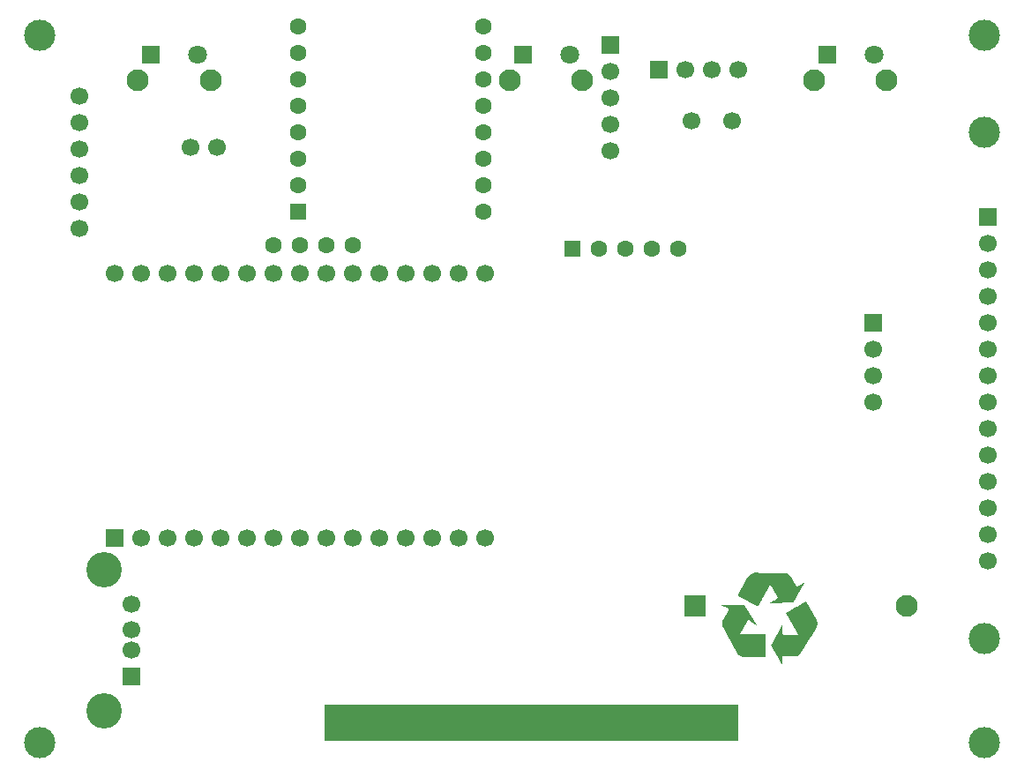
<source format=gbr>
G04 DipTrace 4.3.0.5*
G04 TopMask.gbr*
%MOMM*%
G04 #@! TF.FileFunction,Soldermask,Top*
G04 #@! TF.Part,Single*
%ADD19R,1.6X1.6*%
%ADD20C,1.6*%
%ADD22R,1.7X1.7*%
%ADD30C,3.0*%
%ADD38C,3.4*%
%ADD43C,1.6*%
%ADD45C,2.1*%
%ADD47R,1.8X1.8*%
%ADD48C,1.8*%
%ADD49C,1.7*%
%ADD51R,2.1X2.1*%
%ADD53C,2.1*%
%FSLAX35Y35*%
G04*
G71*
G90*
G75*
G01*
G04 TopMask*
%LPD*%
D53*
X8556623Y1555750D3*
D51*
X6524623D3*
D30*
X238150Y7032647D3*
X238123Y238123D3*
X9302747D3*
Y7032623D3*
Y1238247D3*
X9302750Y6096000D3*
D20*
X2476497Y5016500D3*
D22*
X5708750Y6938713D3*
D20*
X2730497Y5016500D3*
D49*
X5708750Y6684713D3*
D20*
X2984497Y5016497D3*
D49*
X5708750Y6430713D3*
D20*
X3238500Y5016500D3*
D49*
X5708750Y6176713D3*
Y5922713D3*
X6881873Y6207123D3*
X6492873D3*
D48*
X8241873Y6847623D3*
D47*
X7791873D3*
D45*
X8366873Y6597623D3*
X7666873D3*
D48*
X1748997Y6847623D3*
D47*
X1298997D3*
D45*
X1873997Y6597623D3*
X1173997D3*
D48*
X5320873Y6847623D3*
D47*
X4870873D3*
D45*
X5445873Y6597623D3*
X4745873D3*
D49*
X1936750Y5953123D3*
X1682750D3*
X4508497Y4746623D3*
X4254497D3*
X4000497D3*
X3746497D3*
X3492497D3*
X3238497D3*
X2984497D3*
X2730497D3*
X2476497D3*
X2222497D3*
X1968497D3*
X1714497D3*
X1460497D3*
X1206497D3*
X952497D3*
X4508497Y2206623D3*
X4254497D3*
X4000497D3*
X3746497D3*
X3492497D3*
X3238497D3*
X2984497D3*
X2730497D3*
X2476497D3*
X2222497D3*
X1968497D3*
X1714497D3*
X1460497D3*
X1206497D3*
D22*
X952497D3*
D43*
X5857873Y4984750D3*
X6111873D3*
X6365873D3*
X5603873D3*
D19*
X5349873D3*
X2714623Y5333997D3*
D43*
Y5587997D3*
Y5841997D3*
Y6095997D3*
Y6349997D3*
Y6603997D3*
Y6857997D3*
Y7111997D3*
X4492623D3*
Y6857997D3*
Y6603997D3*
Y6349997D3*
Y6095997D3*
Y5841997D3*
Y5587997D3*
Y5333997D3*
D49*
X6937373Y6699250D3*
X6683373D3*
X6429373D3*
D22*
X6175373D3*
D49*
X8239123Y4016373D3*
Y3762373D3*
Y3508373D3*
D22*
Y4270373D3*
X9334500Y5286373D3*
D49*
Y5032373D3*
Y4778373D3*
Y4524373D3*
Y4270373D3*
Y4016373D3*
Y3762373D3*
Y3508373D3*
Y3254373D3*
Y3000373D3*
Y2746373D3*
Y2492373D3*
Y2238373D3*
Y1984373D3*
X1117123Y1327673D3*
Y1571573D3*
Y1127073D3*
D22*
Y873073D3*
D38*
X856123Y1902373D3*
Y542373D3*
D49*
X619125Y6445247D3*
Y6191247D3*
Y5937247D3*
Y5683247D3*
Y5429247D3*
Y5175247D3*
G36*
X2968273Y605800D2*
X6937023D1*
Y256553D1*
X2968273D1*
Y605800D1*
G37*
G36*
X7104431Y1873250D2*
X7100034Y1872762D1*
X7096615Y1872273D1*
X7089777Y1870808D1*
X7087823Y1870319D1*
X7082938Y1868854D1*
X7079031Y1867388D1*
X7074146Y1865434D1*
X7065354Y1861038D1*
X7062911Y1859573D1*
X7055584Y1854688D1*
X7053142Y1852734D1*
X7051188Y1851269D1*
X7048257Y1848827D1*
X7038000Y1838569D1*
X7035557Y1835638D1*
X7033604Y1833195D1*
X7030673Y1829288D1*
X7029696Y1827822D1*
X7029207Y1826845D1*
X7028231Y1825380D1*
X7026765Y1822449D1*
X7025788Y1820984D1*
X7024323Y1818053D1*
X7023346Y1816588D1*
X7021881Y1813657D1*
X7020904Y1812191D1*
X7019438Y1809260D1*
X7018461Y1807795D1*
X7016996Y1804864D1*
X7016019Y1803399D1*
X7014065Y1799491D1*
X7013088Y1798026D1*
X7011623Y1795095D1*
X7010646Y1793629D1*
X7009181Y1790699D1*
X7008204Y1789233D1*
X7006738Y1786302D1*
X7005761Y1784837D1*
X7004296Y1781906D1*
X7003319Y1780441D1*
X7001854Y1777510D1*
X7000877Y1776045D1*
X6999411Y1773114D1*
X6998434Y1771648D1*
X6996969Y1768718D1*
X6995992Y1767252D1*
X6994527Y1764321D1*
X6993550Y1762856D1*
X6992084Y1759925D1*
X6991107Y1758460D1*
X6989642Y1755529D1*
X6988665Y1754063D1*
X6987200Y1751133D1*
X6986223Y1749667D1*
X6984757Y1746736D1*
X6983781Y1745271D1*
X6982315Y1742340D1*
X6981338Y1740875D1*
X6979873Y1737944D1*
X6978896Y1736479D1*
X6977431Y1733548D1*
X6976454Y1732082D1*
X6974988Y1729151D1*
X6974011Y1727686D1*
X6972546Y1724755D1*
X6971569Y1723290D1*
X6970104Y1720359D1*
X6969127Y1718894D1*
X6967661Y1715963D1*
X6966684Y1714497D1*
X6965219Y1711567D1*
X6964242Y1710101D1*
X6962777Y1707170D1*
X6961800Y1705705D1*
X6960334Y1702774D1*
X6959357Y1701309D1*
X6957892Y1698378D1*
X6956915Y1696912D1*
X6955450Y1693982D1*
X6954473Y1692516D1*
X6953007Y1689585D1*
X6952031Y1688120D1*
X6950565Y1685189D1*
X6949588Y1683724D1*
X6948123Y1680793D1*
X6947146Y1679328D1*
X6945681Y1676397D1*
X6944704Y1674931D1*
X6943238Y1672001D1*
X6942261Y1670535D1*
X6940796Y1667604D1*
X6939819Y1666139D1*
X6938354Y1663208D1*
X6937377Y1661743D1*
X6935911Y1658812D1*
X6934934Y1657346D1*
X6933957Y1655393D1*
Y1654416D1*
X6934446Y1653927D1*
X6936888Y1652462D1*
X6942261Y1649531D1*
X6946657Y1647089D1*
X6952031Y1644158D1*
X6956427Y1641715D1*
X6961800Y1638785D1*
X6966196Y1636342D1*
X6971569Y1633411D1*
X6975965Y1630969D1*
X6981338Y1628038D1*
X6985734Y1625596D1*
X6991107Y1622665D1*
X6995504Y1620223D1*
X7000877Y1617292D1*
X7005273Y1614850D1*
X7010646Y1611919D1*
X7015042Y1609476D1*
X7025788Y1603615D1*
X7030184Y1601172D1*
X7035557Y1598242D1*
X7039954Y1595799D1*
X7045327Y1592868D1*
X7049723Y1590426D1*
X7055096Y1587495D1*
X7059492Y1585053D1*
X7064865Y1582122D1*
X7069261Y1579680D1*
X7074634Y1576749D1*
X7079031Y1574307D1*
X7084404Y1571376D1*
X7088800Y1568933D1*
X7094173Y1566003D1*
X7098569Y1563560D1*
X7103942Y1560629D1*
X7108338Y1558187D1*
X7113711Y1555256D1*
X7118107Y1552814D1*
X7123481Y1549883D1*
X7127877Y1547441D1*
X7128854Y1546952D1*
X7129831D1*
X7130807Y1548906D1*
X7131784Y1550372D1*
X7133250Y1553302D1*
X7134227Y1554768D1*
X7135692Y1557699D1*
X7136669Y1559164D1*
X7138134Y1562095D1*
X7139111Y1563560D1*
X7140577Y1566491D1*
X7141554Y1567957D1*
X7143019Y1570887D1*
X7143996Y1572353D1*
X7145461Y1575284D1*
X7146438Y1576749D1*
X7147904Y1579680D1*
X7148881Y1581145D1*
X7150346Y1584076D1*
X7151323Y1585541D1*
X7152788Y1588472D1*
X7153765Y1589938D1*
X7155231Y1592868D1*
X7156207Y1594334D1*
X7157673Y1597265D1*
X7158650Y1598730D1*
X7160115Y1601661D1*
X7161092Y1603126D1*
X7162557Y1606057D1*
X7163534Y1607523D1*
X7165000Y1610453D1*
X7165977Y1611919D1*
X7167442Y1614850D1*
X7168419Y1616315D1*
X7169884Y1619246D1*
X7170861Y1620711D1*
X7172327Y1623642D1*
X7173304Y1625107D1*
X7174769Y1628038D1*
X7175746Y1629504D1*
X7177211Y1632435D1*
X7178188Y1633900D1*
X7179654Y1636831D1*
X7180631Y1638296D1*
X7182096Y1641227D1*
X7183073Y1642692D1*
X7184538Y1645623D1*
X7185515Y1647089D1*
X7186981Y1650019D1*
X7187957Y1651485D1*
X7189423Y1654416D1*
X7190400Y1655881D1*
X7191865Y1658812D1*
X7192842Y1660277D1*
X7194307Y1663208D1*
X7195284Y1664673D1*
X7196750Y1667604D1*
X7197727Y1669070D1*
X7199192Y1672001D1*
X7200169Y1673466D1*
X7201634Y1676397D1*
X7202611Y1677862D1*
X7204077Y1680793D1*
X7205054Y1682258D1*
X7206519Y1685189D1*
X7207496Y1686655D1*
X7208961Y1689585D1*
X7209938Y1691051D1*
X7211404Y1693982D1*
X7212381Y1695447D1*
X7213846Y1698378D1*
X7214823Y1699843D1*
X7216288Y1702774D1*
X7217265Y1704240D1*
X7218731Y1707170D1*
X7219707Y1708636D1*
X7221173Y1711567D1*
X7222150Y1713032D1*
X7223615Y1715963D1*
X7224592Y1717428D1*
X7226057Y1720359D1*
X7227034Y1721824D1*
X7228500Y1724755D1*
X7229477Y1726221D1*
X7230942Y1729151D1*
X7231919Y1730617D1*
X7233384Y1733548D1*
X7234361Y1735013D1*
X7235827Y1737944D1*
X7236804Y1739409D1*
X7238269Y1742340D1*
X7239246Y1743806D1*
X7240711Y1746736D1*
X7241688Y1748202D1*
X7243154Y1751133D1*
X7244131Y1752598D1*
X7245596Y1755529D1*
X7246573Y1756994D1*
X7247061Y1757971D1*
X7247141Y1758349D1*
X7247441Y1758749D1*
X7247676Y1758726D1*
X7247951Y1758328D1*
X7248038Y1757971D1*
X7249015Y1756506D1*
X7249504Y1755529D1*
X7250481Y1754063D1*
X7250969Y1753086D1*
X7251946Y1751621D1*
X7252923Y1749667D1*
X7253900Y1748202D1*
X7254388Y1747225D1*
X7255365Y1745759D1*
X7255854Y1744783D1*
X7256831Y1743317D1*
X7257807Y1741363D1*
X7258784Y1739898D1*
X7259273Y1738921D1*
X7260250Y1737455D1*
X7260738Y1736479D1*
X7261715Y1735013D1*
X7262692Y1733059D1*
X7263669Y1731594D1*
X7264157Y1730617D1*
X7265134Y1729151D1*
X7265623Y1728175D1*
X7266600Y1726709D1*
X7267088Y1725732D1*
X7268065Y1724267D1*
X7269042Y1722313D1*
X7270019Y1720847D1*
X7270507Y1719871D1*
X7271484Y1718405D1*
X7271973Y1717428D1*
X7272950Y1715963D1*
X7273927Y1714009D1*
X7274904Y1712544D1*
X7275392Y1711567D1*
X7276369Y1710101D1*
X7276857Y1709124D1*
X7277834Y1707659D1*
X7278811Y1705705D1*
X7279788Y1704240D1*
X7280277Y1703263D1*
X7281254Y1701797D1*
X7281742Y1700820D1*
X7282719Y1699355D1*
X7283207Y1698378D1*
X7284184Y1696912D1*
X7285161Y1694959D1*
X7286138Y1693493D1*
X7286627Y1692516D1*
X7287604Y1691051D1*
X7288092Y1690074D1*
X7289069Y1688609D1*
X7290046Y1686655D1*
X7291023Y1685189D1*
X7291511Y1684212D1*
X7292488Y1682747D1*
X7292977Y1681770D1*
X7293954Y1680305D1*
X7294931Y1678351D1*
X7295907Y1676885D1*
X7296396Y1675908D1*
X7297373Y1674443D1*
X7297861Y1673466D1*
X7298838Y1672001D1*
X7299815Y1670047D1*
X7300792Y1668581D1*
X7301281Y1667604D1*
X7302257Y1666139D1*
X7302746Y1665162D1*
X7303723Y1663697D1*
X7304211Y1662720D1*
X7305188Y1661254D1*
X7306165Y1659300D1*
X7307142Y1657835D1*
X7307631Y1656858D1*
X7308607Y1655393D1*
X7309096Y1654416D1*
X7310073Y1652950D1*
X7311050Y1650996D1*
X7312027Y1649531D1*
X7312515Y1648554D1*
X7313492Y1647089D1*
X7313981Y1646112D1*
X7314957Y1644646D1*
X7315934Y1642692D1*
X7316911Y1641227D1*
X7317400Y1640250D1*
X7318377Y1638785D1*
X7318865Y1637808D1*
X7319842Y1636342D1*
X7320331Y1635365D1*
X7321307Y1633900D1*
X7322284Y1631946D1*
X7323261Y1630481D1*
X7323750Y1629504D1*
X7324727Y1628038D1*
X7325215Y1627061D1*
X7325609Y1626431D1*
X7325704Y1626084D1*
X7323750Y1625107D1*
X7286138Y1603615D1*
X7281742Y1601172D1*
X7240711Y1577726D1*
X7239734Y1576749D1*
X7241200D1*
X7251457Y1577237D1*
X7470777Y1587984D1*
X7471265Y1588472D1*
X7472242Y1590426D1*
X7473219Y1591892D1*
X7474684Y1594822D1*
X7475661Y1596288D1*
X7477615Y1600196D1*
X7478592Y1601661D1*
X7480057Y1604592D1*
X7481034Y1606057D1*
X7482500Y1608988D1*
X7483477Y1610453D1*
X7484942Y1613384D1*
X7485919Y1614850D1*
X7487384Y1617780D1*
X7488361Y1619246D1*
X7489827Y1622177D1*
X7490804Y1623642D1*
X7492757Y1627550D1*
X7493734Y1629015D1*
X7495200Y1631946D1*
X7496177Y1633411D1*
X7497642Y1636342D1*
X7498619Y1637808D1*
X7500084Y1640738D1*
X7501061Y1642204D1*
X7502527Y1645135D1*
X7503504Y1646600D1*
X7504969Y1649531D1*
X7505946Y1650996D1*
X7507411Y1653927D1*
X7508388Y1655393D1*
X7510342Y1659300D1*
X7511319Y1660766D1*
X7512784Y1663697D1*
X7513761Y1665162D1*
X7515227Y1668093D1*
X7516204Y1669558D1*
X7517669Y1672489D1*
X7518646Y1673954D1*
X7520111Y1676885D1*
X7521088Y1678351D1*
X7522554Y1681281D1*
X7523531Y1682747D1*
X7525484Y1686655D1*
X7526461Y1688120D1*
X7527927Y1691051D1*
X7528904Y1692516D1*
X7530369Y1695447D1*
X7531346Y1696912D1*
X7532811Y1699843D1*
X7533788Y1701309D1*
X7535254Y1704240D1*
X7536231Y1705705D1*
X7537696Y1708636D1*
X7538673Y1710101D1*
X7540627Y1714009D1*
X7541604Y1715474D1*
X7543069Y1718405D1*
X7544046Y1719871D1*
X7545511Y1722801D1*
X7546488Y1724267D1*
X7547954Y1727198D1*
X7548931Y1728663D1*
X7550396Y1731594D1*
X7551373Y1733059D1*
X7552838Y1735990D1*
X7553815Y1737455D1*
X7555769Y1741363D1*
X7556746Y1742829D1*
X7558211Y1745759D1*
X7559188Y1747225D1*
X7560654Y1750156D1*
X7561631Y1751621D1*
X7563096Y1754552D1*
X7564073Y1756017D1*
X7565538Y1758948D1*
X7566515Y1760414D1*
X7567981Y1763344D1*
X7568957Y1764810D1*
X7570423Y1767741D1*
X7571400Y1769206D1*
X7573354Y1773114D1*
X7574331Y1774579D1*
X7575796Y1777510D1*
X7576773Y1778975D1*
X7577261Y1779952D1*
X7576773D1*
X7573842Y1778487D1*
X7570423Y1776533D1*
X7567981Y1775068D1*
X7564561Y1773114D1*
X7562119Y1771648D1*
X7555281Y1767741D1*
X7552838Y1766275D1*
X7549419Y1764321D1*
X7546977Y1762856D1*
X7540138Y1758948D1*
X7537696Y1757483D1*
X7534277Y1755529D1*
X7531834Y1754063D1*
X7524996Y1750156D1*
X7522554Y1748690D1*
X7519134Y1746736D1*
X7516692Y1745271D1*
X7509854Y1741363D1*
X7507411Y1739898D1*
X7503992Y1737944D1*
X7503015Y1736967D1*
X7502527D1*
X7501550Y1737944D1*
Y1738432D1*
X7501061Y1739409D1*
X7500084Y1740875D1*
X7499596Y1741852D1*
X7498619Y1743317D1*
X7498131Y1744294D1*
X7497154Y1745759D1*
X7496177Y1747713D1*
X7495200Y1749179D1*
X7494711Y1750156D1*
X7493734Y1751621D1*
X7493246Y1752598D1*
X7492269Y1754063D1*
X7491292Y1756017D1*
X7490315Y1757483D1*
X7489827Y1758460D1*
X7488850Y1759925D1*
X7488361Y1760902D1*
X7487384Y1762367D1*
X7486407Y1764321D1*
X7485431Y1765787D1*
X7484942Y1766764D1*
X7483965Y1768229D1*
X7482988Y1770183D1*
X7482011Y1771648D1*
X7481523Y1772625D1*
X7480546Y1774091D1*
X7480057Y1775068D1*
X7479081Y1776533D1*
X7478104Y1778487D1*
X7477127Y1779952D1*
X7476638Y1780929D1*
X7475661Y1782395D1*
X7475173Y1783372D1*
X7474196Y1784837D1*
X7473219Y1786791D1*
X7472242Y1788256D1*
X7471754Y1789233D1*
X7470777Y1790699D1*
X7470288Y1791676D1*
X7469311Y1793141D1*
X7468334Y1795095D1*
X7467357Y1796560D1*
X7466869Y1797537D1*
X7465892Y1799003D1*
X7465404Y1799980D1*
X7464427Y1801445D1*
X7463450Y1803399D1*
X7462473Y1804864D1*
X7461984Y1805841D1*
X7461007Y1807307D1*
X7460519Y1808284D1*
X7459542Y1809749D1*
X7458565Y1811703D1*
X7457588Y1813168D1*
X7457100Y1814145D1*
X7456123Y1815611D1*
X7455634Y1816588D1*
X7454657Y1818053D1*
X7453681Y1820007D1*
X7452704Y1821472D1*
X7452215Y1822449D1*
X7451238Y1823915D1*
X7450750Y1824892D1*
X7449773Y1826357D1*
X7448796Y1828311D1*
X7447819Y1829776D1*
X7447331Y1830753D1*
X7446354Y1832219D1*
X7445377Y1834172D1*
X7441469Y1840034D1*
X7439515Y1842476D1*
X7435607Y1846873D1*
X7430234Y1851757D1*
X7426327Y1854688D1*
X7423884Y1856154D1*
X7422419Y1857131D1*
X7413627Y1861527D1*
X7411184Y1862504D1*
X7409719Y1862992D1*
X7392134Y1866900D1*
X7389692Y1867388D1*
X7365757Y1867877D1*
X7138134Y1870319D1*
X7135204Y1870808D1*
X7132761Y1871296D1*
X7121527Y1873250D1*
X7104431D1*
G37*
G36*
X7590938Y1598242D2*
X7590450Y1597753D1*
X7587519Y1596288D1*
X7580681Y1592380D1*
X7578238Y1590915D1*
X7567981Y1585053D1*
X7565538Y1583588D1*
X7555281Y1577726D1*
X7552838Y1576261D1*
X7542581Y1570399D1*
X7540138Y1568933D1*
X7529881Y1563072D1*
X7527438Y1561606D1*
X7517181Y1555745D1*
X7514738Y1554279D1*
X7504481Y1548418D1*
X7502038Y1546952D1*
X7491781Y1541091D1*
X7489338Y1539625D1*
X7479081Y1533764D1*
X7476638Y1532298D1*
X7466381Y1526437D1*
X7463938Y1524971D1*
X7453681Y1519110D1*
X7451238Y1517644D1*
X7440981Y1511783D1*
X7438538Y1510317D1*
X7428281Y1504455D1*
X7425838Y1502990D1*
X7415581Y1497128D1*
X7413138Y1495663D1*
X7402881Y1489801D1*
X7397996Y1486871D1*
X7397507Y1486382D1*
X7398484Y1484917D1*
X7399461Y1482963D1*
X7400438Y1481497D1*
X7401415Y1479544D1*
X7402392Y1478078D1*
X7403369Y1476124D1*
X7404346Y1474659D1*
X7404834Y1473682D1*
X7405811Y1472216D1*
X7406788Y1470263D1*
X7407765Y1468797D1*
X7408742Y1466843D1*
X7409719Y1465378D1*
X7410696Y1463424D1*
X7411673Y1461959D1*
X7412650Y1460005D1*
X7413627Y1458539D1*
X7414604Y1456585D1*
X7415581Y1455120D1*
X7416069Y1454143D1*
X7417046Y1452678D1*
X7418023Y1450724D1*
X7419000Y1449258D1*
X7419977Y1447305D1*
X7420954Y1445839D1*
X7421931Y1443885D1*
X7422907Y1442420D1*
X7423884Y1440466D1*
X7424861Y1439001D1*
X7425838Y1437047D1*
X7426815Y1435581D1*
X7427304Y1434604D1*
X7428281Y1433139D1*
X7429257Y1431185D1*
X7430234Y1429720D1*
X7431211Y1427766D1*
X7432188Y1426300D1*
X7433165Y1424346D1*
X7434142Y1422881D1*
X7435119Y1420927D1*
X7436096Y1419462D1*
X7437073Y1417508D1*
X7438050Y1416042D1*
X7438538Y1415066D1*
X7439515Y1413600D1*
X7440492Y1411646D1*
X7441469Y1410181D1*
X7442446Y1408227D1*
X7443423Y1406762D1*
X7444400Y1404808D1*
X7445377Y1403342D1*
X7446354Y1401388D1*
X7447331Y1399923D1*
X7448307Y1397969D1*
X7449284Y1396504D1*
X7449773Y1395527D1*
X7450750Y1394061D1*
X7451727Y1392107D1*
X7452704Y1390642D1*
X7453681Y1388688D1*
X7454657Y1387223D1*
X7455634Y1385269D1*
X7456611Y1383804D1*
X7457588Y1381850D1*
X7458565Y1380384D1*
X7459542Y1378430D1*
X7460519Y1376965D1*
X7461007Y1375988D1*
X7461984Y1374523D1*
X7462961Y1372569D1*
X7463938Y1371103D1*
X7464915Y1369149D1*
X7465892Y1367684D1*
X7466869Y1365730D1*
X7467846Y1364265D1*
X7468823Y1362311D1*
X7469800Y1360845D1*
X7470777Y1358892D1*
X7471754Y1357426D1*
X7472242Y1356449D1*
X7473219Y1354984D1*
X7474196Y1353030D1*
X7475173Y1351565D1*
X7476150Y1349611D1*
X7477127Y1348145D1*
X7478104Y1346191D1*
X7479081Y1344726D1*
X7480057Y1342772D1*
X7481034Y1341307D1*
X7482011Y1339353D1*
X7482988Y1337887D1*
X7483477Y1336910D1*
X7484454Y1335445D1*
X7485431Y1333491D1*
X7486407Y1332026D1*
X7487384Y1330072D1*
X7488361Y1328606D1*
X7489338Y1326653D1*
X7490315Y1325187D1*
X7491292Y1323233D1*
X7492269Y1321768D1*
X7493246Y1319814D1*
X7494223Y1318349D1*
X7494711Y1317372D1*
X7495688Y1315906D1*
X7496665Y1313952D1*
X7497642Y1312487D1*
X7498619Y1310533D1*
X7499596Y1309068D1*
X7500573Y1307114D1*
X7501550Y1305648D1*
X7502527Y1303694D1*
X7503504Y1302229D1*
X7504481Y1300275D1*
X7505457Y1298810D1*
X7505946Y1297833D1*
X7506923Y1296367D1*
X7507900Y1294414D1*
X7508877Y1292948D1*
X7509854Y1290994D1*
X7510831Y1289529D1*
X7511807Y1287575D1*
X7512784Y1286110D1*
X7513761Y1284156D1*
X7514738Y1282690D1*
X7515715Y1280736D1*
X7516692Y1279271D1*
X7517181Y1278294D1*
X7518157Y1277317D1*
Y1276829D1*
X7512947Y1276340D1*
X7507737D1*
X7502527Y1276829D1*
X7378946Y1277806D1*
X7363804Y1278294D1*
Y1290017D1*
X7364292Y1290506D1*
X7366246Y1370126D1*
Y1376965D1*
X7365757Y1376476D1*
X7363315Y1371592D1*
X7362338Y1370126D1*
X7360384Y1366219D1*
X7359407Y1364753D1*
X7356965Y1359868D1*
X7355988Y1358403D1*
X7353546Y1353518D1*
X7352569Y1352053D1*
X7350615Y1348145D1*
X7349638Y1346680D1*
X7347196Y1341795D1*
X7346219Y1340330D1*
X7343777Y1335445D1*
X7342800Y1333980D1*
X7340846Y1330072D1*
X7339869Y1328606D1*
X7337427Y1323722D1*
X7336450Y1322256D1*
X7334007Y1317372D1*
X7333031Y1315906D1*
X7331077Y1311998D1*
X7330100Y1310533D1*
X7327657Y1305648D1*
X7326681Y1304183D1*
X7324238Y1299298D1*
X7323261Y1297833D1*
X7320819Y1292948D1*
X7319842Y1291483D1*
X7317888Y1287575D1*
X7316911Y1286110D1*
X7314469Y1281225D1*
X7313492Y1279759D1*
X7311050Y1274875D1*
X7310073Y1273409D1*
X7308119Y1269502D1*
X7307142Y1268036D1*
X7304700Y1263152D1*
X7303723Y1261686D1*
X7301281Y1256801D1*
X7300304Y1255336D1*
X7298350Y1251428D1*
X7297373Y1249963D1*
X7294931Y1245078D1*
X7293954Y1243613D1*
X7291511Y1238728D1*
X7290534Y1237263D1*
X7288581Y1233355D1*
X7287604Y1231889D1*
X7285161Y1227005D1*
X7284184Y1225539D1*
X7281742Y1220655D1*
X7280765Y1219189D1*
X7278811Y1215282D1*
X7277834Y1213816D1*
X7275392Y1208931D1*
X7274415Y1207466D1*
X7271973Y1202581D1*
X7270996Y1201116D1*
X7268554Y1196231D1*
X7267577Y1194766D1*
X7265623Y1190858D1*
X7264646Y1189393D1*
X7262204Y1184508D1*
X7261227Y1183043D1*
X7258784Y1178158D1*
X7257807Y1176692D1*
X7256342Y1173762D1*
Y1172296D1*
X7257319Y1170831D1*
X7258296Y1168877D1*
X7259273Y1167411D1*
X7260250Y1165458D1*
X7261227Y1163992D1*
X7262204Y1162038D1*
X7263181Y1160573D1*
X7264157Y1158619D1*
X7265134Y1157154D1*
X7265623Y1156177D1*
X7266600Y1154711D1*
X7267577Y1152757D1*
X7268554Y1151292D1*
X7269531Y1149338D1*
X7270507Y1147873D1*
X7271484Y1145919D1*
X7272461Y1144453D1*
X7273438Y1142500D1*
X7274415Y1141034D1*
X7274904Y1140057D1*
X7275881Y1138592D1*
X7276857Y1136638D1*
X7277834Y1135173D1*
X7278811Y1133219D1*
X7279788Y1131753D1*
X7280765Y1129799D1*
X7281742Y1128334D1*
X7282719Y1126380D1*
X7283696Y1124915D1*
X7284673Y1122961D1*
X7285650Y1121495D1*
X7286138Y1120518D1*
X7287115Y1119053D1*
X7288092Y1117099D1*
X7289069Y1115634D1*
X7290046Y1113680D1*
X7291023Y1112214D1*
X7292000Y1110261D1*
X7292977Y1108795D1*
X7293954Y1106841D1*
X7294931Y1105376D1*
X7295907Y1103422D1*
X7296884Y1101957D1*
X7297373Y1100980D1*
X7298350Y1099514D1*
X7299327Y1097560D1*
X7300304Y1096095D1*
X7301281Y1094141D1*
X7302257Y1092676D1*
X7303234Y1090722D1*
X7304211Y1089256D1*
X7305188Y1087302D1*
X7306165Y1085837D1*
X7306654Y1084860D1*
X7307631Y1083395D1*
X7308607Y1081441D1*
X7309584Y1079975D1*
X7310561Y1078022D1*
X7311538Y1076556D1*
X7312515Y1074602D1*
X7313492Y1073137D1*
X7314469Y1071183D1*
X7315446Y1069718D1*
X7316423Y1067764D1*
X7317400Y1066298D1*
X7317888Y1065321D1*
X7318865Y1063856D1*
X7319842Y1061902D1*
X7320819Y1060437D1*
X7321796Y1058483D1*
X7322773Y1057017D1*
X7323750Y1055063D1*
X7324727Y1053598D1*
X7325704Y1051644D1*
X7326681Y1050179D1*
X7327169Y1049202D1*
X7328146Y1047736D1*
X7329123Y1045783D1*
X7330100Y1044317D1*
X7331077Y1042363D1*
X7332054Y1040898D1*
X7333031Y1038944D1*
X7334007Y1037479D1*
X7334984Y1035525D1*
X7335961Y1034059D1*
X7336938Y1032105D1*
X7337915Y1030640D1*
X7338404Y1029663D1*
X7339381Y1028198D1*
X7340357Y1026244D1*
X7341334Y1024778D1*
X7342311Y1022825D1*
X7343288Y1021359D1*
X7344265Y1019405D1*
X7345242Y1017940D1*
X7346219Y1015986D1*
X7347196Y1014521D1*
X7348173Y1012567D1*
X7349150Y1011101D1*
X7349638Y1010124D1*
X7350615Y1008659D1*
X7351592Y1006705D1*
X7352569Y1005240D1*
X7353546Y1003286D1*
X7354523Y1001820D1*
X7355500Y999866D1*
X7356477Y998401D1*
X7357454Y996447D1*
X7358431Y994982D1*
X7358919Y994005D1*
X7359896Y992539D1*
X7360873Y990586D1*
X7361850Y989120D1*
X7362827Y987166D1*
X7363804Y985701D1*
X7364781Y983747D1*
X7365757Y982770D1*
X7366246Y1008170D1*
X7367223Y1065810D1*
Y1068741D1*
X7373573Y1069229D1*
X7379923D1*
X7386273Y1068741D1*
X7460519Y1067764D1*
X7485431D1*
X7489338Y1068252D1*
X7492269Y1068741D1*
X7496177Y1069718D1*
X7504969Y1072648D1*
X7513761Y1077045D1*
X7516204Y1078510D1*
X7519134Y1080464D1*
X7523042Y1083395D1*
X7525484Y1085349D1*
X7534277Y1094141D1*
X7536231Y1096583D1*
X7539161Y1100980D1*
X7539650Y1101957D1*
X7541604Y1104887D1*
X7542092Y1105864D1*
X7545023Y1110261D1*
X7545511Y1111237D1*
X7547465Y1114168D1*
X7547954Y1115145D1*
X7549907Y1118076D1*
X7550396Y1119053D1*
X7553327Y1123449D1*
X7553815Y1124426D1*
X7555769Y1127357D1*
X7556257Y1128334D1*
X7559188Y1132730D1*
X7559677Y1133707D1*
X7561631Y1136638D1*
X7562119Y1137615D1*
X7565050Y1142011D1*
X7565538Y1142988D1*
X7567492Y1145919D1*
X7567981Y1146896D1*
X7569934Y1149827D1*
X7570423Y1150804D1*
X7573354Y1155200D1*
X7573842Y1156177D1*
X7575796Y1159108D1*
X7576284Y1160084D1*
X7579215Y1164481D1*
X7579704Y1165458D1*
X7581657Y1168388D1*
X7582146Y1169365D1*
X7584100Y1172296D1*
X7584588Y1173273D1*
X7587519Y1177669D1*
X7588007Y1178646D1*
X7589961Y1181577D1*
X7590450Y1182554D1*
X7593381Y1186950D1*
X7593869Y1187927D1*
X7595823Y1190858D1*
X7596311Y1191835D1*
X7599242Y1196231D1*
X7599731Y1197208D1*
X7601684Y1200139D1*
X7602173Y1201116D1*
X7604127Y1204047D1*
X7604615Y1205024D1*
X7607546Y1209420D1*
X7608034Y1210397D1*
X7609988Y1213328D1*
X7610477Y1214305D1*
X7613407Y1218701D1*
X7613896Y1219678D1*
X7615850Y1222609D1*
X7616338Y1223585D1*
X7619269Y1227982D1*
X7619757Y1228959D1*
X7621711Y1231889D1*
X7622200Y1232866D1*
X7624154Y1235797D1*
X7624642Y1236774D1*
X7627573Y1241170D1*
X7628061Y1242147D1*
X7630015Y1245078D1*
X7630504Y1246055D1*
X7633434Y1250451D1*
X7633923Y1251428D1*
X7635877Y1254359D1*
X7636365Y1255336D1*
X7638319Y1258267D1*
X7638807Y1259244D1*
X7641738Y1263640D1*
X7642227Y1264617D1*
X7644181Y1267548D1*
X7644669Y1268525D1*
X7647600Y1272921D1*
X7648088Y1273898D1*
X7650042Y1276829D1*
X7650531Y1277806D1*
X7653461Y1282202D1*
X7653950Y1283179D1*
X7655904Y1286110D1*
X7656392Y1287087D1*
X7658346Y1290017D1*
X7658834Y1290994D1*
X7661765Y1295391D1*
X7662254Y1296367D1*
X7664207Y1299298D1*
X7664696Y1300275D1*
X7667627Y1304671D1*
X7668115Y1305648D1*
X7671046Y1310045D1*
X7673977Y1313464D1*
X7676907Y1317372D1*
X7679838Y1321768D1*
X7680327Y1322745D1*
X7681304Y1324210D1*
X7681792Y1325187D1*
X7684723Y1329583D1*
X7685211Y1330560D1*
X7686188Y1332026D1*
X7688142Y1335933D1*
X7689119Y1337399D1*
X7689607Y1338376D1*
X7690096Y1339841D1*
X7692050Y1343749D1*
X7692538Y1345214D1*
X7693027Y1346191D1*
X7694004Y1349122D1*
X7694492Y1350099D1*
X7694981Y1351565D1*
X7695469Y1353518D1*
X7696446Y1356449D1*
X7697423Y1360357D1*
X7697911Y1362799D1*
X7698888Y1368661D1*
X7699377Y1373546D1*
Y1388688D1*
X7698888Y1393573D1*
X7698400Y1396992D1*
X7697423Y1402854D1*
X7696934Y1404808D1*
X7696446Y1407250D1*
X7695957Y1409204D1*
X7694981Y1412135D1*
X7694492Y1414089D1*
X7693515Y1417019D1*
X7693027Y1417996D1*
X7692538Y1419462D1*
X7692050Y1420439D1*
X7691561Y1421904D1*
X7691073Y1422881D1*
X7690584Y1424346D1*
X7689119Y1427277D1*
X7688142Y1428743D1*
X7687165Y1430697D1*
X7686188Y1432162D1*
X7685211Y1434116D1*
X7684234Y1435581D1*
X7683257Y1437535D1*
X7682281Y1439001D1*
X7681304Y1440954D1*
X7680327Y1442420D1*
X7679350Y1444374D1*
X7678373Y1445839D1*
X7677396Y1447793D1*
X7676419Y1449258D1*
X7675442Y1451212D1*
X7674465Y1452678D1*
X7673488Y1454632D1*
X7672511Y1456097D1*
X7671534Y1458051D1*
X7670557Y1459516D1*
X7669581Y1461470D1*
X7668604Y1462936D1*
X7667627Y1464889D1*
X7666650Y1466355D1*
X7665673Y1468309D1*
X7664696Y1469774D1*
X7663719Y1471728D1*
X7662742Y1473193D1*
X7661765Y1475147D1*
X7660788Y1476613D1*
X7659811Y1478567D1*
X7658834Y1480032D1*
X7657857Y1481986D1*
X7656881Y1483451D1*
X7655904Y1485405D1*
X7654927Y1486871D1*
X7653950Y1488824D1*
X7652973Y1490290D1*
X7651996Y1492244D1*
X7651019Y1493709D1*
X7650042Y1495663D1*
X7649065Y1497128D1*
X7648088Y1499082D1*
X7647111Y1500548D1*
X7646134Y1502502D1*
X7645157Y1503967D1*
X7644181Y1505921D1*
X7643204Y1507386D1*
X7642227Y1509340D1*
X7641250Y1510806D1*
X7640761Y1511783D1*
X7639784Y1513248D1*
X7638807Y1515202D1*
X7637831Y1516667D1*
X7636854Y1518621D1*
X7635877Y1520087D1*
X7634900Y1522040D1*
X7633923Y1523506D1*
X7632946Y1525460D1*
X7631969Y1526925D1*
X7630992Y1528879D1*
X7630015Y1530344D1*
X7629038Y1532298D1*
X7628061Y1533764D1*
X7627084Y1535718D1*
X7626107Y1537183D1*
X7625131Y1539137D1*
X7624154Y1540602D1*
X7623177Y1542556D1*
X7622200Y1544022D1*
X7621223Y1545975D1*
X7620246Y1547441D1*
X7619269Y1549395D1*
X7618292Y1550860D1*
X7617315Y1552814D1*
X7616338Y1554279D1*
X7615361Y1556233D1*
X7614384Y1557699D1*
X7613407Y1559653D1*
X7612431Y1561118D1*
X7611454Y1563072D1*
X7610477Y1564537D1*
X7609500Y1566491D1*
X7608523Y1567957D1*
X7607546Y1569910D1*
X7606569Y1571376D1*
X7605592Y1573330D1*
X7604615Y1574795D1*
X7603638Y1576749D1*
X7602661Y1578214D1*
X7601684Y1580168D1*
X7600707Y1581634D1*
X7599731Y1583588D1*
X7598754Y1585053D1*
X7597777Y1587007D1*
X7596800Y1588472D1*
X7595823Y1590426D1*
X7594846Y1591892D1*
X7593869Y1593845D1*
X7592892Y1595311D1*
X7591915Y1597265D1*
X7590938Y1598242D1*
G37*
G36*
X6778627Y1563072D2*
X6779115Y1562583D1*
X6780581Y1561606D1*
X6787907Y1557210D1*
X6791327Y1555256D1*
X6808423Y1544998D1*
X6811842Y1543045D1*
X6826496Y1534252D1*
X6829915Y1532298D1*
X6844569Y1523506D1*
X6847988Y1521552D1*
X6850431Y1520087D1*
X6852384Y1519110D1*
X6852873Y1518621D1*
Y1517644D1*
X6851896Y1516667D1*
X6851407Y1515690D1*
X6850431Y1514225D1*
X6849942Y1513248D1*
X6848965Y1511783D1*
X6847988Y1509829D1*
X6847011Y1508363D1*
X6846523Y1507386D1*
X6845546Y1505921D1*
X6845057Y1504944D1*
X6844081Y1503479D1*
X6843592Y1502502D1*
X6842615Y1501036D1*
X6842127Y1500059D1*
X6841150Y1498594D1*
X6840173Y1496640D1*
X6839196Y1495175D1*
X6838707Y1494198D1*
X6837731Y1492732D1*
X6837242Y1491755D1*
X6836265Y1490290D1*
X6835777Y1489313D1*
X6834800Y1487848D1*
X6834311Y1486871D1*
X6833334Y1485405D1*
X6832357Y1483451D1*
X6831381Y1481986D1*
X6830892Y1481009D1*
X6829915Y1479544D1*
X6829427Y1478567D1*
X6828450Y1477101D1*
X6827961Y1476124D1*
X6826984Y1474659D1*
X6826496Y1473682D1*
X6825519Y1472216D1*
X6824542Y1470263D1*
X6823565Y1468797D1*
X6823077Y1467820D1*
X6822100Y1466355D1*
X6821611Y1465378D1*
X6820634Y1463913D1*
X6820146Y1462936D1*
X6819169Y1461470D1*
X6818681Y1460493D1*
X6817704Y1459028D1*
X6816727Y1457074D1*
X6815750Y1455609D1*
X6815261Y1454632D1*
X6814284Y1453166D1*
X6813796Y1452189D1*
X6812819Y1450724D1*
X6812331Y1449747D1*
X6811354Y1448281D1*
X6810865Y1447305D1*
X6809888Y1445839D1*
X6808911Y1443885D1*
X6807934Y1442420D1*
X6807446Y1441443D1*
X6806469Y1439978D1*
X6805981Y1439001D1*
X6805004Y1437535D1*
X6804515Y1436558D1*
X6803538Y1435093D1*
X6803050Y1434116D1*
X6802073Y1432650D1*
X6801096Y1430697D1*
X6800119Y1429231D1*
X6799631Y1428254D1*
X6798654Y1426789D1*
X6798165Y1425812D1*
X6797188Y1424346D1*
X6796700Y1423370D1*
X6795723Y1421904D1*
X6795234Y1420927D1*
X6794257Y1419462D1*
X6792304Y1415554D1*
X6791815Y1414089D1*
X6790838Y1412135D1*
X6788396Y1404808D1*
X6787907Y1402854D1*
X6787419Y1400411D1*
X6786931Y1396992D1*
X6786442Y1391619D1*
Y1385757D1*
X6786931Y1379896D1*
X6787419Y1376476D1*
X6787907Y1373546D1*
X6788396Y1371103D1*
X6789373Y1367196D1*
X6791815Y1359868D1*
X6796211Y1351076D1*
X6797188Y1349611D1*
X6800119Y1343749D1*
X6801096Y1342284D1*
X6804027Y1336422D1*
X6805004Y1334957D1*
X6808423Y1328118D1*
X6809400Y1326653D1*
X6812331Y1320791D1*
X6813307Y1319326D1*
X6816727Y1312487D1*
X6817704Y1311022D1*
X6820634Y1305160D1*
X6821611Y1303694D1*
X6824542Y1297833D1*
X6825519Y1296367D1*
X6828938Y1289529D1*
X6829915Y1288063D1*
X6832846Y1282202D1*
X6833823Y1280736D1*
X6837242Y1273898D1*
X6838219Y1272432D1*
X6841150Y1266571D1*
X6842127Y1265105D1*
X6845057Y1259244D1*
X6846034Y1257778D1*
X6849454Y1250940D1*
X6850431Y1249474D1*
X6853361Y1243613D1*
X6854338Y1242147D1*
X6857269Y1236286D1*
X6858246Y1234820D1*
X6861665Y1227982D1*
X6862642Y1226516D1*
X6865573Y1220655D1*
X6866550Y1219189D1*
X6869969Y1212351D1*
X6870946Y1210885D1*
X6873877Y1205024D1*
X6874854Y1203558D1*
X6877784Y1197697D1*
X6878761Y1196231D1*
X6882181Y1189393D1*
X6883157Y1187927D1*
X6886088Y1182066D1*
X6887065Y1180600D1*
X6890484Y1173762D1*
X6891461Y1172296D1*
X6894392Y1166435D1*
X6895369Y1164969D1*
X6898300Y1159108D1*
X6899277Y1157642D1*
X6902696Y1150804D1*
X6903673Y1149338D1*
X6906604Y1143476D1*
X6907581Y1142011D1*
X6911488Y1134196D1*
X6912954Y1129799D1*
X6913442Y1128822D1*
X6913931Y1127357D1*
X6920769Y1113680D1*
X6921746Y1112214D1*
X6922723Y1110261D1*
X6923700Y1108795D1*
X6924188Y1107818D1*
X6928096Y1101957D1*
X6929561Y1100003D1*
X6933469Y1095118D1*
X6943238Y1085349D1*
X6946169Y1082906D1*
X6947634Y1081929D1*
X6950077Y1079975D1*
X6954473Y1077045D1*
X6959357Y1074114D1*
X6967173Y1070206D1*
X6974500Y1067275D1*
X6983292Y1064344D1*
X6986711Y1063367D1*
X6990619Y1062391D1*
X6993061Y1061902D1*
X6999411Y1060925D1*
X7003807Y1060437D1*
X7199681D1*
X7200169Y1060925D1*
Y1284156D1*
X6958381Y1284644D1*
Y1285133D1*
X6959357Y1286110D1*
X6959846Y1287087D1*
X6960823Y1288552D1*
X6961800Y1290506D1*
X6962777Y1291971D1*
X6963265Y1292948D1*
X6964242Y1294414D1*
X6965219Y1296367D1*
X6966196Y1297833D1*
X6967173Y1299787D1*
X6968150Y1301252D1*
X6968638Y1302229D1*
X6969615Y1303694D1*
X6970592Y1305648D1*
X6971569Y1307114D1*
X6972546Y1309068D1*
X6973523Y1310533D1*
X6974011Y1311510D1*
X6974988Y1312975D1*
X6975965Y1314929D1*
X6976942Y1316395D1*
X6977919Y1318349D1*
X6978896Y1319814D1*
X6979384Y1320791D1*
X6980361Y1322256D1*
X6981338Y1324210D1*
X6982315Y1325676D1*
X6983292Y1327630D1*
X6984269Y1329095D1*
X6984757Y1330072D1*
X6985734Y1331537D1*
X6986711Y1333491D1*
X6987688Y1334957D1*
X6988665Y1336910D1*
X6989642Y1338376D1*
X6990131Y1339353D1*
X6991107Y1340818D1*
X6992084Y1342772D1*
X6993061Y1344237D1*
X6994038Y1346191D1*
X6995015Y1347657D1*
X6995504Y1348634D1*
X6996481Y1350099D1*
X6997457Y1352053D1*
X6998434Y1353518D1*
X6999411Y1355472D1*
X7000388Y1356938D1*
X7000877Y1357915D1*
X7001854Y1359380D1*
X7002831Y1361334D1*
X7003807Y1362799D1*
X7004784Y1364753D1*
X7005761Y1366219D1*
X7006250Y1367196D1*
X7007227Y1368661D1*
X7008204Y1370615D1*
X7009181Y1372080D1*
X7009669Y1373057D1*
X7010646Y1374523D1*
X7011623Y1376476D1*
X7012600Y1377942D1*
X7013577Y1379896D1*
X7014554Y1381361D1*
X7015042Y1382338D1*
X7016019Y1383804D1*
X7016996Y1385757D1*
X7017973Y1387223D1*
X7018950Y1389177D1*
X7019927Y1390642D1*
X7020415Y1391619D1*
X7021392Y1393084D1*
X7022369Y1395038D1*
X7023346Y1396504D1*
X7024323Y1398458D1*
X7025300Y1399923D1*
X7025788Y1400900D1*
X7026765Y1402365D1*
X7027742Y1404319D1*
X7028719Y1405785D1*
X7029696Y1407739D1*
X7030673Y1409204D1*
X7031161Y1410181D1*
X7032138Y1411646D1*
X7033115Y1413600D1*
X7034092Y1415066D1*
X7034581Y1416042D1*
Y1416531D1*
X7035557Y1417508D1*
X7036046D1*
X7037023Y1416531D1*
X7039465Y1415066D1*
X7040931Y1414089D1*
X7055584Y1405296D1*
X7057050Y1404319D1*
X7069261Y1396992D1*
X7070727Y1396015D1*
X7082938Y1388688D1*
X7084404Y1387711D1*
X7096615Y1380384D1*
X7098081Y1379407D1*
X7110292Y1372080D1*
X7111757Y1371103D1*
X7119084Y1366707D1*
X7120061Y1366219D1*
Y1366707D1*
X7119573Y1367684D1*
X7117619Y1370615D1*
X7117131Y1371592D1*
X7116154Y1373057D1*
X7115665Y1374034D1*
X7113711Y1376965D1*
X7113223Y1377942D1*
X7111269Y1380873D1*
X7110781Y1381850D1*
X7109804Y1383315D1*
X7109315Y1384292D1*
X7107361Y1387223D1*
X7106873Y1388200D1*
X7104919Y1391131D1*
X7104431Y1392107D1*
X7103454Y1393573D1*
X7102965Y1394550D1*
X7101011Y1397481D1*
X7100523Y1398458D1*
X7099546Y1399923D1*
X7099057Y1400900D1*
X7097104Y1403831D1*
X7096615Y1404808D1*
X7094661Y1407739D1*
X7094173Y1408715D1*
X7093196Y1410181D1*
X7092707Y1411158D1*
X7090754Y1414089D1*
X7090265Y1415066D1*
X7088311Y1417996D1*
X7087823Y1418973D1*
X7086846Y1420439D1*
X7086357Y1421416D1*
X7084404Y1424346D1*
X7083915Y1425323D1*
X7081961Y1428254D1*
X7081473Y1429231D1*
X7080496Y1430697D1*
X7080007Y1431674D1*
X7078054Y1434604D1*
X7077565Y1435581D1*
X7076588Y1437047D1*
X7076100Y1438024D1*
X7074146Y1440954D1*
X7073657Y1441931D1*
X7071704Y1444862D1*
X7071215Y1445839D1*
X7070238Y1447305D1*
X7069750Y1448281D1*
X7067796Y1451212D1*
X7067307Y1452189D1*
X7065354Y1455120D1*
X7064865Y1456097D1*
X7063888Y1457562D1*
X7063400Y1458539D1*
X7061446Y1461470D1*
X7060957Y1462447D1*
X7059981Y1463913D1*
X7059492Y1464889D1*
X7057538Y1467820D1*
X7057050Y1468797D1*
X7055096Y1471728D1*
X7054607Y1472705D1*
X7053631Y1474170D1*
X7053142Y1475147D1*
X7051188Y1478078D1*
X7050700Y1479055D1*
X7048746Y1481986D1*
X7048257Y1482963D1*
X7047281Y1484428D1*
X7046792Y1485405D1*
X7044838Y1488336D1*
X7044350Y1489313D1*
X7042396Y1492244D1*
X7041907Y1493221D1*
X7040931Y1494686D1*
X7040442Y1495663D1*
X7038488Y1498594D1*
X7038000Y1499571D1*
X7037023Y1501036D1*
X7036534Y1502013D1*
X7034581Y1504944D1*
X7034092Y1505921D1*
X7032138Y1508852D1*
X7031650Y1509829D1*
X7030673Y1511294D1*
X7030184Y1512271D1*
X7028231Y1515202D1*
X7027742Y1516179D1*
X7025788Y1519110D1*
X7025300Y1520087D1*
X7024323Y1521552D1*
X7023834Y1522529D1*
X7021881Y1525460D1*
X7021392Y1526437D1*
X7020415Y1527902D1*
X7019927Y1528879D1*
X7017973Y1531810D1*
X7017484Y1532787D1*
X7015531Y1535718D1*
X7015042Y1536694D1*
X7014065Y1538160D1*
X7013577Y1539137D1*
X7011623Y1542068D1*
X7011134Y1543045D1*
X7009181Y1545975D1*
X7008692Y1546952D1*
X7007715Y1548418D1*
X7007227Y1549395D1*
X7005273Y1552326D1*
X7004784Y1553302D1*
X7002831Y1556233D1*
X7002342Y1557210D1*
X7001365Y1558676D1*
X7000877Y1559653D1*
X6998923Y1562583D1*
X6998434Y1563072D1*
X6778627D1*
G37*
M02*

</source>
